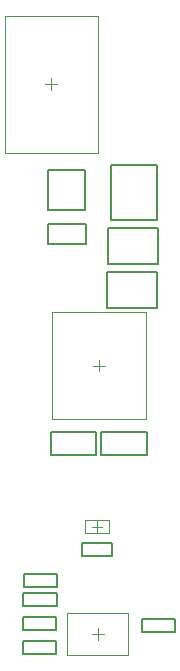
<source format=gbr>
G04*
G04 #@! TF.GenerationSoftware,Altium Limited,Altium Designer,23.1.1 (15)*
G04*
G04 Layer_Color=0*
%FSLAX25Y25*%
%MOIN*%
G70*
G04*
G04 #@! TF.SameCoordinates,7F6F0EF6-604E-4872-8498-859B9B4CD440*
G04*
G04*
G04 #@! TF.FilePolarity,Positive*
G04*
G01*
G75*
%ADD11C,0.00787*%
%ADD41C,0.00394*%
%ADD42C,0.00197*%
D11*
X179461Y159705D02*
X195996D01*
X179461Y147894D02*
Y159705D01*
Y147894D02*
X195996D01*
Y159705D01*
X179264Y133308D02*
X195799D01*
Y145119D01*
X179264D02*
X195799D01*
X179264Y133308D02*
Y145119D01*
X160384Y91822D02*
X175574D01*
X160384Y84145D02*
Y91822D01*
Y84145D02*
X175574D01*
Y91822D01*
X177262Y84145D02*
X192452D01*
Y91822D01*
X177262D02*
X192452D01*
X177262Y84145D02*
Y91822D01*
X170907Y50605D02*
X180750D01*
Y54936D01*
X170907D02*
X180750D01*
X170907Y50605D02*
Y54936D01*
X151390Y44565D02*
X162413D01*
X151390Y40235D02*
Y44565D01*
Y40235D02*
X162413D01*
Y44565D01*
X151291Y38064D02*
X162315D01*
X151291Y33734D02*
Y38064D01*
Y33734D02*
X162315D01*
Y38064D01*
X151193Y30018D02*
X162216D01*
X151193Y25687D02*
Y30018D01*
Y25687D02*
X162216D01*
Y30018D01*
X151090Y18010D02*
X162113D01*
Y22340D01*
X151090D02*
X162113D01*
X151090Y18010D02*
Y22340D01*
X172131Y154533D02*
Y161029D01*
X159532Y154533D02*
X172131D01*
X159532D02*
Y161029D01*
X172131D01*
X180423Y180795D02*
X195777D01*
Y162637D02*
Y180795D01*
X180423Y162637D02*
X195777D01*
X180423D02*
Y180795D01*
X159301Y165909D02*
X171899D01*
X159301D02*
Y179291D01*
X171899D01*
Y165909D02*
Y179291D01*
X190790Y25178D02*
Y29509D01*
X201813D01*
Y25178D02*
Y29509D01*
X190790Y25178D02*
X201813D01*
D41*
X174531Y114000D02*
X178469D01*
X176500Y112031D02*
Y115969D01*
X192248Y96284D02*
Y131717D01*
X160752Y96284D02*
Y131717D01*
Y96284D02*
X192248D01*
X160752Y131717D02*
X192248D01*
X174080Y24506D02*
X178017D01*
X176049Y22537D02*
Y26474D01*
X174057Y60305D02*
X177600D01*
X175828Y58534D02*
Y62077D01*
D42*
X186285Y17616D02*
Y31395D01*
X165813D02*
X186285D01*
X165813Y17616D02*
X186285D01*
X165813D02*
Y31395D01*
X144999Y184965D02*
X176101D01*
X144999D02*
Y230635D01*
X176101D01*
Y184965D02*
Y230635D01*
X160550Y205832D02*
Y209769D01*
X158582Y207800D02*
X162519D01*
X171695Y58140D02*
Y62471D01*
X179962Y58140D02*
Y62471D01*
X171695Y58140D02*
X179962D01*
X171695Y62471D02*
X179962D01*
M02*

</source>
